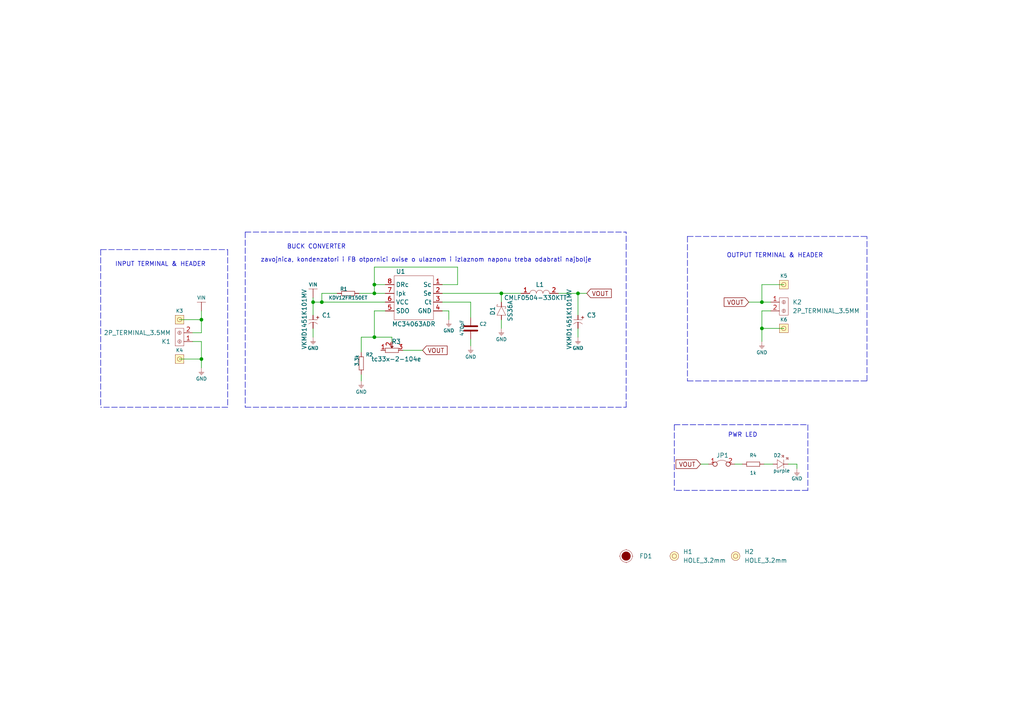
<source format=kicad_sch>
(kicad_sch (version 20210126) (generator eeschema)

  (paper "A4")

  (lib_symbols
    (symbol "e-radionica.com schematics:0402LED" (pin_numbers hide) (pin_names (offset 0.254) hide) (in_bom yes) (on_board yes)
      (property "Reference" "D" (id 0) (at -0.635 2.54 0)
        (effects (font (size 1 1)))
      )
      (property "Value" "0402LED" (id 1) (at 0 -2.54 0)
        (effects (font (size 1 1)))
      )
      (property "Footprint" "e-radionica.com footprinti:0402LED" (id 2) (at 0 5.08 0)
        (effects (font (size 1 1)) hide)
      )
      (property "Datasheet" "" (id 3) (at 0 0 0)
        (effects (font (size 1 1)) hide)
      )
      (symbol "0402LED_0_1"
        (polyline
          (pts
            (xy -0.635 1.27)
            (xy -0.635 -1.27)
            (xy 1.27 0)
          )
          (stroke (width 0.0006)) (fill (type none))
        )
        (polyline
          (pts
            (xy -0.635 1.27)
            (xy 1.27 0)
          )
          (stroke (width 0.0006)) (fill (type none))
        )
        (polyline
          (pts
            (xy 1.27 1.27)
            (xy 1.27 -1.27)
          )
          (stroke (width 0.0006)) (fill (type none))
        )
        (polyline
          (pts
            (xy 0.635 1.905)
            (xy 1.27 2.54)
          )
          (stroke (width 0.0006)) (fill (type none))
        )
        (polyline
          (pts
            (xy 1.905 1.27)
            (xy 2.54 1.905)
          )
          (stroke (width 0.0006)) (fill (type none))
        )
        (polyline
          (pts
            (xy 2.54 1.905)
            (xy 1.905 1.905)
            (xy 2.54 1.27)
            (xy 2.54 1.905)
          )
          (stroke (width 0.0006)) (fill (type none))
        )
        (polyline
          (pts
            (xy 1.27 2.54)
            (xy 0.635 2.54)
            (xy 1.27 1.905)
            (xy 1.27 2.54)
          )
          (stroke (width 0.0006)) (fill (type none))
        )
      )
      (symbol "0402LED_1_1"
        (pin passive line (at -1.905 0 0) (length 1.27)
          (name "A" (effects (font (size 1.27 1.27))))
          (number "1" (effects (font (size 1.27 1.27))))
        )
        (pin passive line (at 2.54 0 180) (length 1.27)
          (name "K" (effects (font (size 1.27 1.27))))
          (number "2" (effects (font (size 1.27 1.27))))
        )
      )
    )
    (symbol "e-radionica.com schematics:0402R" (pin_numbers hide) (pin_names (offset 0.254)) (in_bom yes) (on_board yes)
      (property "Reference" "R" (id 0) (at -1.905 1.27 0)
        (effects (font (size 1 1)))
      )
      (property "Value" "0402R" (id 1) (at 0 -1.27 0)
        (effects (font (size 1 1)))
      )
      (property "Footprint" "e-radionica.com footprinti:0402R" (id 2) (at -2.54 1.905 0)
        (effects (font (size 1 1)) hide)
      )
      (property "Datasheet" "" (id 3) (at -2.54 1.905 0)
        (effects (font (size 1 1)) hide)
      )
      (symbol "0402R_0_1"
        (rectangle (start -1.905 0.635) (end -1.8796 -0.635)
          (stroke (width 0.1)) (fill (type none))
        )
        (rectangle (start -1.905 0.635) (end 1.905 0.6096)
          (stroke (width 0.1)) (fill (type none))
        )
        (rectangle (start -1.905 -0.635) (end 1.905 -0.6604)
          (stroke (width 0.1)) (fill (type none))
        )
        (rectangle (start 1.905 0.635) (end 1.9304 -0.635)
          (stroke (width 0.1)) (fill (type none))
        )
      )
      (symbol "0402R_1_1"
        (pin passive line (at -3.175 0 0) (length 1.27)
          (name "~" (effects (font (size 1.27 1.27))))
          (number "1" (effects (font (size 1.27 1.27))))
        )
        (pin passive line (at 3.175 0 180) (length 1.27)
          (name "~" (effects (font (size 1.27 1.27))))
          (number "2" (effects (font (size 1.27 1.27))))
        )
      )
    )
    (symbol "e-radionica.com schematics:0603C" (pin_numbers hide) (pin_names (offset 0.002)) (in_bom yes) (on_board yes)
      (property "Reference" "C" (id 0) (at -0.635 3.175 0)
        (effects (font (size 1 1)))
      )
      (property "Value" "0603C" (id 1) (at 0 -3.175 0)
        (effects (font (size 1 1)))
      )
      (property "Footprint" "e-radionica.com footprinti:0603C" (id 2) (at 0 0 0)
        (effects (font (size 1 1)) hide)
      )
      (property "Datasheet" "" (id 3) (at 0 0 0)
        (effects (font (size 1 1)) hide)
      )
      (symbol "0603C_0_1"
        (polyline
          (pts
            (xy -0.635 1.905)
            (xy -0.635 -1.905)
          )
          (stroke (width 0.5)) (fill (type none))
        )
        (polyline
          (pts
            (xy 0.635 1.905)
            (xy 0.635 -1.905)
          )
          (stroke (width 0.5)) (fill (type none))
        )
      )
      (symbol "0603C_1_1"
        (pin passive line (at 3.175 0 180) (length 2.54)
          (name "~" (effects (font (size 1.27 1.27))))
          (number "2" (effects (font (size 1.27 1.27))))
        )
        (pin passive line (at -3.175 0 0) (length 2.54)
          (name "~" (effects (font (size 1.27 1.27))))
          (number "1" (effects (font (size 1.27 1.27))))
        )
      )
    )
    (symbol "e-radionica.com schematics:0603R" (pin_numbers hide) (pin_names (offset 0.254)) (in_bom yes) (on_board yes)
      (property "Reference" "R" (id 0) (at -1.905 1.905 0)
        (effects (font (size 1 1)))
      )
      (property "Value" "0603R" (id 1) (at 0 -1.905 0)
        (effects (font (size 1 1)))
      )
      (property "Footprint" "e-radionica.com footprinti:0603R" (id 2) (at -0.635 1.905 0)
        (effects (font (size 1 1)) hide)
      )
      (property "Datasheet" "" (id 3) (at -0.635 1.905 0)
        (effects (font (size 1 1)) hide)
      )
      (symbol "0603R_0_1"
        (rectangle (start -1.905 0.635) (end -1.8796 -0.635)
          (stroke (width 0.1)) (fill (type none))
        )
        (rectangle (start -1.905 0.635) (end 1.905 0.6096)
          (stroke (width 0.1)) (fill (type none))
        )
        (rectangle (start -1.905 -0.635) (end 1.905 -0.6604)
          (stroke (width 0.1)) (fill (type none))
        )
        (rectangle (start 1.905 0.635) (end 1.9304 -0.635)
          (stroke (width 0.1)) (fill (type none))
        )
      )
      (symbol "0603R_1_1"
        (pin passive line (at -3.175 0 0) (length 1.27)
          (name "~" (effects (font (size 1.27 1.27))))
          (number "1" (effects (font (size 1.27 1.27))))
        )
        (pin passive line (at 3.175 0 180) (length 1.27)
          (name "~" (effects (font (size 1.27 1.27))))
          (number "2" (effects (font (size 1.27 1.27))))
        )
      )
    )
    (symbol "e-radionica.com schematics:1206R" (pin_numbers hide) (pin_names (offset 0.254)) (in_bom yes) (on_board yes)
      (property "Reference" "R" (id 0) (at 0 1.27 0)
        (effects (font (size 1 1)))
      )
      (property "Value" "1206R" (id 1) (at 0 -1.905 0)
        (effects (font (size 1 1)))
      )
      (property "Footprint" "e-radionica.com footprinti:1206R" (id 2) (at -1.27 -3.81 0)
        (effects (font (size 1 1)) hide)
      )
      (property "Datasheet" "" (id 3) (at -0.635 1.905 0)
        (effects (font (size 1 1)) hide)
      )
      (symbol "1206R_0_1"
        (rectangle (start -1.905 0.635) (end -1.8796 -0.635)
          (stroke (width 0.1)) (fill (type none))
        )
        (rectangle (start -1.905 0.635) (end 1.905 0.6096)
          (stroke (width 0.1)) (fill (type none))
        )
        (rectangle (start -1.905 -0.635) (end 1.905 -0.6604)
          (stroke (width 0.1)) (fill (type none))
        )
        (rectangle (start 1.905 0.635) (end 1.9304 -0.635)
          (stroke (width 0.1)) (fill (type none))
        )
      )
      (symbol "1206R_1_1"
        (pin passive line (at -3.175 0 0) (length 1.27)
          (name "~" (effects (font (size 1.27 1.27))))
          (number "1" (effects (font (size 1.27 1.27))))
        )
        (pin passive line (at 3.175 0 180) (length 1.27)
          (name "~" (effects (font (size 1.27 1.27))))
          (number "2" (effects (font (size 1.27 1.27))))
        )
      )
    )
    (symbol "e-radionica.com schematics:2P_TERMINAL_3.5MM" (in_bom yes) (on_board yes)
      (property "Reference" "K" (id 0) (at -0.762 3.556 0)
        (effects (font (size 1.27 1.27)))
      )
      (property "Value" "2P_TERMINAL_3.5MM" (id 1) (at 0 -3.81 0)
        (effects (font (size 1.27 1.27)))
      )
      (property "Footprint" "e-radionica.com footprinti:2P_TERMINAL_3.5MM" (id 2) (at -0.254 -5.588 0)
        (effects (font (size 1.27 1.27)) hide)
      )
      (property "Datasheet" "" (id 3) (at 0 0 0)
        (effects (font (size 1.27 1.27)) hide)
      )
      (symbol "2P_TERMINAL_3.5MM_0_1"
        (circle (center 0 1.27) (radius 0.508) (stroke (width 0.0006)) (fill (type none)))
        (circle (center 0 -1.27) (radius 0.508) (stroke (width 0.0006)) (fill (type none)))
        (rectangle (start -1.27 2.54) (end 1.27 -2.54)
          (stroke (width 0.0006)) (fill (type none))
        )
        (polyline
          (pts
            (xy 0 -0.762)
            (xy 0 -1.778)
          )
          (stroke (width 0.0006)) (fill (type none))
        )
        (polyline
          (pts
            (xy -0.254 -1.27)
            (xy 0.254 -1.27)
          )
          (stroke (width 0.0006)) (fill (type none))
        )
        (polyline
          (pts
            (xy 0 1.778)
            (xy 0 0.762)
          )
          (stroke (width 0.0006)) (fill (type none))
        )
        (polyline
          (pts
            (xy -0.254 1.27)
            (xy 0.254 1.27)
          )
          (stroke (width 0.0006)) (fill (type none))
        )
      )
      (symbol "2P_TERMINAL_3.5MM_1_1"
        (pin input line (at -3.81 1.27 0) (length 2.54)
          (name "~" (effects (font (size 1.27 1.27))))
          (number "1" (effects (font (size 1.27 1.27))))
        )
        (pin input line (at -3.81 -1.27 0) (length 2.54)
          (name "~" (effects (font (size 1.27 1.27))))
          (number "2" (effects (font (size 1.27 1.27))))
        )
      )
    )
    (symbol "e-radionica.com schematics:CMLF0504-330KTT" (in_bom yes) (on_board yes)
      (property "Reference" "L" (id 0) (at 0 3.81 0)
        (effects (font (size 1.27 1.27)))
      )
      (property "Value" "CMLF0504-330KTT" (id 1) (at 0 -4.445 0)
        (effects (font (size 1.27 1.27)))
      )
      (property "Footprint" "e-radionica.com footprinti:CMLF0504-330KTT" (id 2) (at 0.254 0 0)
        (effects (font (size 1.27 1.27)) hide)
      )
      (property "Datasheet" "" (id 3) (at 0.254 0 0)
        (effects (font (size 1.27 1.27)) hide)
      )
      (symbol "CMLF0504-330KTT_0_1"
        (arc (start -2.921 0) (end -1.016 0) (radius (at -1.9685 -0.0138) (length 0.9526) (angles 179.2 0.8))
          (stroke (width 0.0006)) (fill (type none))
        )
        (arc (start -1.016 0) (end 0.889 0) (radius (at -0.0635 -0.0138) (length 0.9526) (angles 179.2 0.8))
          (stroke (width 0.0006)) (fill (type none))
        )
        (arc (start 0.889 0) (end 2.794 0) (radius (at 1.8415 -0.0138) (length 0.9526) (angles 179.2 0.8))
          (stroke (width 0.0006)) (fill (type none))
        )
      )
      (symbol "CMLF0504-330KTT_1_1"
        (pin passive line (at -5.461 0 0) (length 2.54)
          (name "" (effects (font (size 1.27 1.27))))
          (number "1" (effects (font (size 1.27 1.27))))
        )
        (pin passive line (at 5.334 0 180) (length 2.54)
          (name "" (effects (font (size 1.27 1.27))))
          (number "2" (effects (font (size 1.27 1.27))))
        )
      )
    )
    (symbol "e-radionica.com schematics:ELECTROLITIC_CAP_8x8x14.5" (pin_numbers hide) (pin_names hide) (in_bom yes) (on_board yes)
      (property "Reference" "C" (id 0) (at -1.27 2.54 0)
        (effects (font (size 1.27 1.27)))
      )
      (property "Value" "ELECTROLITIC_CAP_8x8x14.5" (id 1) (at 0 -2.54 0)
        (effects (font (size 1.27 1.27)))
      )
      (property "Footprint" "e-radionica.com footprinti:ELECTROLITIC_CAP_8x8x14.5" (id 2) (at 0 -5.08 0)
        (effects (font (size 1.27 1.27)) hide)
      )
      (property "Datasheet" "" (id 3) (at 0 0 0)
        (effects (font (size 1.27 1.27)) hide)
      )
      (symbol "ELECTROLITIC_CAP_8x8x14.5_0_0"
        (text "+" (at -1.905 1.27 0)
          (effects (font (size 1 1)))
        )
      )
      (symbol "ELECTROLITIC_CAP_8x8x14.5_0_1"
        (arc (start -0.0001 1.27) (end -0.0001 -1.27) (radius (at 1.27 0) (length 1.7961) (angles 135 -135))
          (stroke (width 0.0006)) (fill (type none))
        )
        (polyline
          (pts
            (xy -1.27 -1.27)
            (xy -1.27 1.27)
          )
          (stroke (width 0.0006)) (fill (type none))
        )
      )
      (symbol "ELECTROLITIC_CAP_8x8x14.5_1_1"
        (pin input line (at -2.54 0 0) (length 1.27)
          (name "+" (effects (font (size 1.27 1.27))))
          (number "1" (effects (font (size 1.27 1.27))))
        )
        (pin input line (at 1.27 0 180) (length 1.8)
          (name "-" (effects (font (size 1.27 1.27))))
          (number "2" (effects (font (size 1.27 1.27))))
        )
      )
    )
    (symbol "e-radionica.com schematics:Fiducial_Stencil" (pin_numbers hide) (pin_names hide) (in_bom yes) (on_board yes)
      (property "Reference" "FD?" (id 0) (at 0 3.048 0)
        (effects (font (size 1.27 1.27)))
      )
      (property "Value" "Fiducial_Stencil" (id 1) (at 0 -2.794 0)
        (effects (font (size 1.27 1.27)) hide)
      )
      (property "Footprint" "e-radionica.com footprinti:FIDUCIAL_1MM_PASTE" (id 2) (at 0 -6.35 0)
        (effects (font (size 1.27 1.27)) hide)
      )
      (property "Datasheet" "" (id 3) (at 0 0 0)
        (effects (font (size 1.27 1.27)) hide)
      )
      (symbol "Fiducial_Stencil_0_1"
        (circle (center 0 0) (radius 1.7961) (stroke (width 0.0006)) (fill (type none)))
        (circle (center 0 0) (radius 1.27) (stroke (width 0.001)) (fill (type outline)))
        (polyline
          (pts
            (xy 1.778 0)
            (xy 2.032 0)
          )
          (stroke (width 0.0006)) (fill (type none))
        )
        (polyline
          (pts
            (xy 0 1.778)
            (xy 0 2.032)
          )
          (stroke (width 0.0006)) (fill (type none))
        )
        (polyline
          (pts
            (xy -1.778 0)
            (xy -2.032 0)
          )
          (stroke (width 0.0006)) (fill (type none))
        )
        (polyline
          (pts
            (xy 0 -1.778)
            (xy 0 -2.032)
          )
          (stroke (width 0.0006)) (fill (type none))
        )
      )
    )
    (symbol "e-radionica.com schematics:GND" (power) (pin_names (offset 0)) (in_bom yes) (on_board yes)
      (property "Reference" "#PWR" (id 0) (at 4.445 0 0)
        (effects (font (size 1 1)) hide)
      )
      (property "Value" "GND" (id 1) (at 0 -2.921 0)
        (effects (font (size 1 1)))
      )
      (property "Footprint" "" (id 2) (at 4.445 3.81 0)
        (effects (font (size 1 1)) hide)
      )
      (property "Datasheet" "" (id 3) (at 4.445 3.81 0)
        (effects (font (size 1 1)) hide)
      )
      (property "ki_keywords" "power-flag" (id 4) (at 0 0 0)
        (effects (font (size 1.27 1.27)) hide)
      )
      (property "ki_description" "Power symbol creates a global label with name \"+3V3\"" (id 5) (at 0 0 0)
        (effects (font (size 1.27 1.27)) hide)
      )
      (symbol "GND_0_1"
        (polyline
          (pts
            (xy 0 0)
            (xy 0 -1.27)
          )
          (stroke (width 0.0006)) (fill (type none))
        )
        (polyline
          (pts
            (xy -0.762 -1.27)
            (xy 0.762 -1.27)
          )
          (stroke (width 0.0006)) (fill (type none))
        )
        (polyline
          (pts
            (xy -0.381 -1.778)
            (xy 0.381 -1.778)
          )
          (stroke (width 0.0006)) (fill (type none))
        )
        (polyline
          (pts
            (xy -0.127 -2.032)
            (xy 0.127 -2.032)
          )
          (stroke (width 0.0006)) (fill (type none))
        )
        (polyline
          (pts
            (xy -0.635 -1.524)
            (xy 0.635 -1.524)
          )
          (stroke (width 0.0006)) (fill (type none))
        )
      )
      (symbol "GND_1_1"
        (pin power_in line (at 0 0 270) (length 0) hide
          (name "GND" (effects (font (size 1.27 1.27))))
          (number "1" (effects (font (size 1.27 1.27))))
        )
      )
    )
    (symbol "e-radionica.com schematics:GND_3" (power) (pin_names (offset 0)) (in_bom yes) (on_board yes)
      (property "Reference" "#PWR" (id 0) (at 4.445 0 0)
        (effects (font (size 1 1)) hide)
      )
      (property "Value" "GND" (id 1) (at 0 -2.921 0)
        (effects (font (size 1 1)))
      )
      (property "Footprint" "" (id 2) (at 4.445 3.81 0)
        (effects (font (size 1 1)) hide)
      )
      (property "Datasheet" "" (id 3) (at 4.445 3.81 0)
        (effects (font (size 1 1)) hide)
      )
      (property "ki_keywords" "power-flag" (id 4) (at 0 0 0)
        (effects (font (size 1.27 1.27)) hide)
      )
      (property "ki_description" "Power symbol creates a global label with name \"+3V3\"" (id 5) (at 0 0 0)
        (effects (font (size 1.27 1.27)) hide)
      )
      (symbol "GND_3_0_1"
        (polyline
          (pts
            (xy 0 0)
            (xy 0 -1.27)
          )
          (stroke (width 0.0006)) (fill (type none))
        )
        (polyline
          (pts
            (xy -0.762 -1.27)
            (xy 0.762 -1.27)
          )
          (stroke (width 0.0006)) (fill (type none))
        )
        (polyline
          (pts
            (xy -0.381 -1.778)
            (xy 0.381 -1.778)
          )
          (stroke (width 0.0006)) (fill (type none))
        )
        (polyline
          (pts
            (xy -0.127 -2.032)
            (xy 0.127 -2.032)
          )
          (stroke (width 0.0006)) (fill (type none))
        )
        (polyline
          (pts
            (xy -0.635 -1.524)
            (xy 0.635 -1.524)
          )
          (stroke (width 0.0006)) (fill (type none))
        )
      )
      (symbol "GND_3_1_1"
        (pin power_in line (at 0 0 270) (length 0) hide
          (name "GND" (effects (font (size 1.27 1.27))))
          (number "1" (effects (font (size 1.27 1.27))))
        )
      )
    )
    (symbol "e-radionica.com schematics:HEADER_MALE_1X1" (pin_numbers hide) (pin_names hide) (in_bom yes) (on_board yes)
      (property "Reference" "K" (id 0) (at -0.635 2.54 0)
        (effects (font (size 1 1)))
      )
      (property "Value" "HEADER_MALE_1X1" (id 1) (at 0 -2.54 0)
        (effects (font (size 1 1)))
      )
      (property "Footprint" "e-radionica.com footprinti:HEADER_MALE_1X1" (id 2) (at 0 0 0)
        (effects (font (size 1 1)) hide)
      )
      (property "Datasheet" "" (id 3) (at 0 0 0)
        (effects (font (size 1 1)) hide)
      )
      (symbol "HEADER_MALE_1X1_0_1"
        (circle (center 0 0) (radius 0.635) (stroke (width 0.0006)) (fill (type none)))
        (rectangle (start -1.27 1.27) (end 1.27 -1.27)
          (stroke (width 0.001)) (fill (type background))
        )
      )
      (symbol "HEADER_MALE_1X1_1_1"
        (pin passive line (at 0 0 180) (length 0)
          (name "~" (effects (font (size 1 1))))
          (number "1" (effects (font (size 1 1))))
        )
      )
    )
    (symbol "e-radionica.com schematics:HOLE_3.2mm" (pin_numbers hide) (pin_names hide) (in_bom yes) (on_board yes)
      (property "Reference" "H" (id 0) (at 0 2.54 0)
        (effects (font (size 1.27 1.27)))
      )
      (property "Value" "HOLE_3.2mm" (id 1) (at 0 -2.54 0)
        (effects (font (size 1.27 1.27)))
      )
      (property "Footprint" "e-radionica.com footprinti:HOLE_3.2mm" (id 2) (at 0 0 0)
        (effects (font (size 1.27 1.27)) hide)
      )
      (property "Datasheet" "" (id 3) (at 0 0 0)
        (effects (font (size 1.27 1.27)) hide)
      )
      (symbol "HOLE_3.2mm_0_1"
        (circle (center 0 0) (radius 1.27) (stroke (width 0.001)) (fill (type background)))
        (circle (center 0 0) (radius 0.635) (stroke (width 0.0006)) (fill (type none)))
      )
    )
    (symbol "e-radionica.com schematics:MC34063ADR" (in_bom yes) (on_board yes)
      (property "Reference" "U" (id 0) (at -0.635 8.255 0)
        (effects (font (size 1.27 1.27)))
      )
      (property "Value" "MC34063ADR" (id 1) (at 0 -8.89 0)
        (effects (font (size 1.27 1.27)))
      )
      (property "Footprint" "e-radionica.com footprinti:SOIC−8" (id 2) (at 0.635 0 0)
        (effects (font (size 1.27 1.27)) hide)
      )
      (property "Datasheet" "" (id 3) (at 0.635 0 0)
        (effects (font (size 1.27 1.27)) hide)
      )
      (symbol "MC34063ADR_0_1"
        (rectangle (start -5.715 6.35) (end 5.715 -6.35)
          (stroke (width 0.0006)) (fill (type none))
        )
      )
      (symbol "MC34063ADR_1_1"
        (pin power_in line (at -8.255 3.81 0) (length 2.54)
          (name "DRc" (effects (font (size 1.27 1.27))))
          (number "8" (effects (font (size 1.27 1.27))))
        )
        (pin passive line (at -8.255 1.27 0) (length 2.54)
          (name "Ipk" (effects (font (size 1.27 1.27))))
          (number "7" (effects (font (size 1.27 1.27))))
        )
        (pin power_in line (at -8.255 -1.27 0) (length 2.54)
          (name "VCC" (effects (font (size 1.27 1.27))))
          (number "6" (effects (font (size 1.27 1.27))))
        )
        (pin input line (at -8.255 -3.81 0) (length 2.54)
          (name "SDO" (effects (font (size 1.27 1.27))))
          (number "5" (effects (font (size 1.27 1.27))))
        )
        (pin input line (at 8.255 -3.81 180) (length 2.54)
          (name "GND" (effects (font (size 1.27 1.27))))
          (number "4" (effects (font (size 1.27 1.27))))
        )
        (pin input line (at 8.255 -1.27 180) (length 2.54)
          (name "Ct" (effects (font (size 1.27 1.27))))
          (number "3" (effects (font (size 1.27 1.27))))
        )
        (pin power_in line (at 8.255 1.27 180) (length 2.54)
          (name "Se" (effects (font (size 1.27 1.27))))
          (number "2" (effects (font (size 1.27 1.27))))
        )
        (pin passive line (at 8.255 3.81 180) (length 2.54)
          (name "Sc" (effects (font (size 1.27 1.27))))
          (number "1" (effects (font (size 1.27 1.27))))
        )
      )
    )
    (symbol "e-radionica.com schematics:SMD-JUMPER-CONNECTED_TRACE_NOSLODERMASK" (in_bom yes) (on_board yes)
      (property "Reference" "JP" (id 0) (at 0 3.556 0)
        (effects (font (size 1.27 1.27)))
      )
      (property "Value" "SMD-JUMPER-CONNECTED_TRACE_NOSLODERMASK" (id 1) (at 0 -2.54 0)
        (effects (font (size 1.27 1.27)))
      )
      (property "Footprint" "e-radionica.com footprinti:SMD-JUMPER-CONNECTED_TRACE_NOSLODERMASK" (id 2) (at 0 0 0)
        (effects (font (size 1.27 1.27)) hide)
      )
      (property "Datasheet" "" (id 3) (at 0 0 0)
        (effects (font (size 1.27 1.27)) hide)
      )
      (symbol "SMD-JUMPER-CONNECTED_TRACE_NOSLODERMASK_0_1"
        (arc (start -1.8034 0.5588) (end 1.397 0.5842) (radius (at -0.1875 -1.4124) (length 2.5489) (angles 129.3 51.6))
          (stroke (width 0.0006)) (fill (type none))
        )
      )
      (symbol "SMD-JUMPER-CONNECTED_TRACE_NOSLODERMASK_1_1"
        (pin passive inverted (at -4.064 0 0) (length 2.54)
          (name "" (effects (font (size 1.27 1.27))))
          (number "1" (effects (font (size 1.27 1.27))))
        )
        (pin passive inverted (at 3.556 0 180) (length 2.54)
          (name "" (effects (font (size 1.27 1.27))))
          (number "2" (effects (font (size 1.27 1.27))))
        )
      )
    )
    (symbol "e-radionica.com schematics:SS36A" (pin_numbers hide) (pin_names hide) (in_bom yes) (on_board yes)
      (property "Reference" "D" (id 0) (at 0 2.54 0)
        (effects (font (size 1.27 1.27)))
      )
      (property "Value" "SS36A" (id 1) (at 0 -2.54 0)
        (effects (font (size 1.27 1.27)))
      )
      (property "Footprint" "e-radionica.com footprinti:SMA_DIODE" (id 2) (at 0 -5.08 0)
        (effects (font (size 1.27 1.27)) hide)
      )
      (property "Datasheet" "" (id 3) (at 0 0 0)
        (effects (font (size 1.27 1.27)) hide)
      )
      (symbol "SS36A_0_1"
        (polyline
          (pts
            (xy -1.27 -1.27)
            (xy -1.27 1.27)
            (xy 1.27 0)
            (xy -1.27 -1.27)
          )
          (stroke (width 0.0006)) (fill (type none))
        )
        (polyline
          (pts
            (xy 1.27 1.27)
            (xy 1.778 1.27)
            (xy 1.778 1.016)
          )
          (stroke (width 0.0006)) (fill (type none))
        )
        (polyline
          (pts
            (xy 1.27 1.27)
            (xy 1.27 -1.27)
            (xy 0.762 -1.27)
            (xy 0.762 -1.016)
          )
          (stroke (width 0.0006)) (fill (type none))
        )
      )
      (symbol "SS36A_1_1"
        (pin input line (at -2.54 0 0) (length 1.27)
          (name "A" (effects (font (size 1.27 1.27))))
          (number "1" (effects (font (size 1.27 1.27))))
        )
        (pin input line (at 2.54 0 180) (length 1.27)
          (name "C" (effects (font (size 1.27 1.27))))
          (number "2" (effects (font (size 1.27 1.27))))
        )
      )
    )
    (symbol "e-radionica.com schematics:VIN" (power) (pin_names (offset 0)) (in_bom yes) (on_board yes)
      (property "Reference" "#PWR" (id 0) (at 4.445 0 0)
        (effects (font (size 1 1)) hide)
      )
      (property "Value" "VIN" (id 1) (at 0 3.556 0)
        (effects (font (size 1 1)))
      )
      (property "Footprint" "" (id 2) (at 4.445 3.81 0)
        (effects (font (size 1 1)) hide)
      )
      (property "Datasheet" "" (id 3) (at 4.445 3.81 0)
        (effects (font (size 1 1)) hide)
      )
      (property "ki_keywords" "power-flag" (id 4) (at 0 0 0)
        (effects (font (size 1.27 1.27)) hide)
      )
      (property "ki_description" "Power symbol creates a global label with name \"+3V3\"" (id 5) (at 0 0 0)
        (effects (font (size 1.27 1.27)) hide)
      )
      (symbol "VIN_0_1"
        (polyline
          (pts
            (xy 0 0)
            (xy 0 2.54)
          )
          (stroke (width 0)) (fill (type none))
        )
        (polyline
          (pts
            (xy -1.27 2.54)
            (xy 1.27 2.54)
          )
          (stroke (width 0.0006)) (fill (type none))
        )
      )
      (symbol "VIN_1_1"
        (pin power_in line (at 0 0 90) (length 0) hide
          (name "VIN" (effects (font (size 1.27 1.27))))
          (number "1" (effects (font (size 1.27 1.27))))
        )
      )
    )
    (symbol "e-radionica.com schematics:tc33x-2-103e" (in_bom yes) (on_board yes)
      (property "Reference" "R" (id 0) (at -1.778 3.302 0)
        (effects (font (size 1.27 1.27)))
      )
      (property "Value" "tc33x-2-103e" (id 1) (at 0 -2.54 0)
        (effects (font (size 1.27 1.27)))
      )
      (property "Footprint" "e-radionica.com footprinti:tc33x-2-103e" (id 2) (at 0 -5.08 0)
        (effects (font (size 1.27 1.27)) hide)
      )
      (property "Datasheet" "" (id 3) (at -0.0508 -0.0508 0)
        (effects (font (size 1.27 1.27)) hide)
      )
      (symbol "tc33x-2-103e_0_1"
        (rectangle (start -1.905 0.635) (end -1.8796 -0.635)
          (stroke (width 0.1)) (fill (type none))
        )
        (rectangle (start -1.905 0.635) (end 1.905 0.6096)
          (stroke (width 0.1)) (fill (type none))
        )
        (rectangle (start -1.905 -0.635) (end 1.905 -0.6604)
          (stroke (width 0.1)) (fill (type none))
        )
        (rectangle (start 1.905 0.635) (end 1.9304 -0.635)
          (stroke (width 0.1)) (fill (type none))
        )
        (polyline
          (pts
            (xy -0.4318 1.1684)
            (xy 0.4826 1.1684)
            (xy 0 0.635)
            (xy -0.4064 1.0922)
            (xy -0.4826 1.1684)
            (xy 0 0.7874)
            (xy 0.3048 1.1176)
            (xy -0.254 1.0668)
            (xy 0.0254 0.8636)
            (xy 0.0762 1.0414)
            (xy -0.0254 0.9652)
          )
          (stroke (width 0.0006)) (fill (type none))
        )
      )
      (symbol "tc33x-2-103e_1_1"
        (pin passive line (at -3.175 0 0) (length 1.27)
          (name "~" (effects (font (size 1.27 1.27))))
          (number "1" (effects (font (size 1.27 1.27))))
        )
        (pin passive line (at 3.175 0.0002 180) (length 1.27)
          (name "~" (effects (font (size 1.27 1.27))))
          (number "3" (effects (font (size 1.27 1.27))))
        )
        (pin passive line (at 0 2.4892 270) (length 1.27)
          (name "" (effects (font (size 1.27 1.27))))
          (number "2" (effects (font (size 1.27 1.27))))
        )
      )
    )
  )

  (junction (at 58.42 92.71) (diameter 0.9144) (color 0 0 0 0))
  (junction (at 58.42 104.14) (diameter 0.9144) (color 0 0 0 0))
  (junction (at 90.805 87.63) (diameter 0.9144) (color 0 0 0 0))
  (junction (at 93.345 87.63) (diameter 0.9144) (color 0 0 0 0))
  (junction (at 108.585 82.55) (diameter 0.9144) (color 0 0 0 0))
  (junction (at 108.585 85.09) (diameter 0.9144) (color 0 0 0 0))
  (junction (at 108.585 97.79) (diameter 0.9144) (color 0 0 0 0))
  (junction (at 145.415 85.09) (diameter 0.9144) (color 0 0 0 0))
  (junction (at 167.64 85.09) (diameter 0.9144) (color 0 0 0 0))
  (junction (at 220.98 87.63) (diameter 0.9144) (color 0 0 0 0))
  (junction (at 220.98 95.25) (diameter 0.9144) (color 0 0 0 0))

  (wire (pts (xy 52.07 92.71) (xy 58.42 92.71))
    (stroke (width 0) (type solid) (color 0 0 0 0))
    (uuid f6c7f84b-9164-4415-b3e1-c8a092b8e623)
  )
  (wire (pts (xy 52.07 104.14) (xy 58.42 104.14))
    (stroke (width 0) (type solid) (color 0 0 0 0))
    (uuid 97f890d2-c2a7-41e4-8f34-9159eef3179c)
  )
  (wire (pts (xy 55.88 96.52) (xy 58.42 96.52))
    (stroke (width 0) (type solid) (color 0 0 0 0))
    (uuid 94048a3b-a1d7-4762-92dd-ad19f9aedc5a)
  )
  (wire (pts (xy 55.88 99.06) (xy 58.42 99.06))
    (stroke (width 0) (type solid) (color 0 0 0 0))
    (uuid 4c414378-6866-421c-accb-d9f1d4c35d9c)
  )
  (wire (pts (xy 58.42 90.17) (xy 58.42 92.71))
    (stroke (width 0) (type solid) (color 0 0 0 0))
    (uuid 94048a3b-a1d7-4762-92dd-ad19f9aedc5a)
  )
  (wire (pts (xy 58.42 92.71) (xy 58.42 96.52))
    (stroke (width 0) (type solid) (color 0 0 0 0))
    (uuid 94048a3b-a1d7-4762-92dd-ad19f9aedc5a)
  )
  (wire (pts (xy 58.42 99.06) (xy 58.42 104.14))
    (stroke (width 0) (type solid) (color 0 0 0 0))
    (uuid 4c414378-6866-421c-accb-d9f1d4c35d9c)
  )
  (wire (pts (xy 58.42 104.14) (xy 58.42 106.68))
    (stroke (width 0) (type solid) (color 0 0 0 0))
    (uuid 4c414378-6866-421c-accb-d9f1d4c35d9c)
  )
  (wire (pts (xy 90.805 87.63) (xy 90.805 86.36))
    (stroke (width 0) (type solid) (color 0 0 0 0))
    (uuid fcfce4fb-3f4f-43f8-a4e6-d067038e2980)
  )
  (wire (pts (xy 90.805 87.63) (xy 90.805 91.44))
    (stroke (width 0) (type solid) (color 0 0 0 0))
    (uuid 9a656c6e-b6b4-4931-b249-fcd54af3152c)
  )
  (wire (pts (xy 90.805 95.25) (xy 90.805 97.79))
    (stroke (width 0) (type solid) (color 0 0 0 0))
    (uuid 95064538-f020-48a3-8050-277a70fd8e67)
  )
  (wire (pts (xy 93.345 85.09) (xy 93.345 87.63))
    (stroke (width 0) (type solid) (color 0 0 0 0))
    (uuid 1b55af52-ec84-4a4f-a2d8-ad7d7d6a92f1)
  )
  (wire (pts (xy 93.345 87.63) (xy 90.805 87.63))
    (stroke (width 0) (type solid) (color 0 0 0 0))
    (uuid fcfce4fb-3f4f-43f8-a4e6-d067038e2980)
  )
  (wire (pts (xy 97.79 85.09) (xy 93.345 85.09))
    (stroke (width 0) (type solid) (color 0 0 0 0))
    (uuid 1b55af52-ec84-4a4f-a2d8-ad7d7d6a92f1)
  )
  (wire (pts (xy 104.14 85.09) (xy 108.585 85.09))
    (stroke (width 0) (type solid) (color 0 0 0 0))
    (uuid a2e9d6f2-392f-4467-b96e-f6540eb783e1)
  )
  (wire (pts (xy 104.775 97.79) (xy 108.585 97.79))
    (stroke (width 0) (type solid) (color 0 0 0 0))
    (uuid 29143ebb-ec8a-4021-b6e3-0d967792ec9d)
  )
  (wire (pts (xy 104.775 102.235) (xy 104.775 97.79))
    (stroke (width 0) (type solid) (color 0 0 0 0))
    (uuid 29143ebb-ec8a-4021-b6e3-0d967792ec9d)
  )
  (wire (pts (xy 104.775 108.585) (xy 104.775 110.49))
    (stroke (width 0) (type solid) (color 0 0 0 0))
    (uuid bbd0654e-0f57-4c1a-8921-33ea959720b5)
  )
  (wire (pts (xy 108.585 77.47) (xy 108.585 82.55))
    (stroke (width 0) (type solid) (color 0 0 0 0))
    (uuid cf883ca2-7ecb-4c03-89e6-2d644bf8c0ce)
  )
  (wire (pts (xy 108.585 77.47) (xy 132.715 77.47))
    (stroke (width 0) (type solid) (color 0 0 0 0))
    (uuid cf883ca2-7ecb-4c03-89e6-2d644bf8c0ce)
  )
  (wire (pts (xy 108.585 82.55) (xy 111.76 82.55))
    (stroke (width 0) (type solid) (color 0 0 0 0))
    (uuid cf883ca2-7ecb-4c03-89e6-2d644bf8c0ce)
  )
  (wire (pts (xy 108.585 85.09) (xy 108.585 82.55))
    (stroke (width 0) (type solid) (color 0 0 0 0))
    (uuid 880a9121-3230-48be-95c2-d039e767896f)
  )
  (wire (pts (xy 108.585 90.17) (xy 108.585 97.79))
    (stroke (width 0) (type solid) (color 0 0 0 0))
    (uuid 34573019-9113-40b6-9379-0cd7583224ab)
  )
  (wire (pts (xy 108.585 97.79) (xy 113.665 97.79))
    (stroke (width 0) (type solid) (color 0 0 0 0))
    (uuid 34573019-9113-40b6-9379-0cd7583224ab)
  )
  (wire (pts (xy 111.76 85.09) (xy 108.585 85.09))
    (stroke (width 0) (type solid) (color 0 0 0 0))
    (uuid 880a9121-3230-48be-95c2-d039e767896f)
  )
  (wire (pts (xy 111.76 87.63) (xy 93.345 87.63))
    (stroke (width 0) (type solid) (color 0 0 0 0))
    (uuid fcfce4fb-3f4f-43f8-a4e6-d067038e2980)
  )
  (wire (pts (xy 111.76 90.17) (xy 108.585 90.17))
    (stroke (width 0) (type solid) (color 0 0 0 0))
    (uuid 34573019-9113-40b6-9379-0cd7583224ab)
  )
  (wire (pts (xy 113.665 97.79) (xy 113.665 99.1108))
    (stroke (width 0) (type solid) (color 0 0 0 0))
    (uuid 34573019-9113-40b6-9379-0cd7583224ab)
  )
  (wire (pts (xy 116.84 101.5998) (xy 122.555 101.5998))
    (stroke (width 0) (type solid) (color 0 0 0 0))
    (uuid 601cf7d5-a685-4b91-925e-03f62a189529)
  )
  (wire (pts (xy 128.27 82.55) (xy 132.715 82.55))
    (stroke (width 0) (type solid) (color 0 0 0 0))
    (uuid cf883ca2-7ecb-4c03-89e6-2d644bf8c0ce)
  )
  (wire (pts (xy 128.27 85.09) (xy 145.415 85.09))
    (stroke (width 0) (type solid) (color 0 0 0 0))
    (uuid 52d6bef6-9fe1-48cd-9802-2f6c9cdae0da)
  )
  (wire (pts (xy 128.27 90.17) (xy 130.175 90.17))
    (stroke (width 0) (type solid) (color 0 0 0 0))
    (uuid dc790e0c-b4a8-44c9-b957-30560c857e9e)
  )
  (wire (pts (xy 130.175 90.17) (xy 130.175 92.71))
    (stroke (width 0) (type solid) (color 0 0 0 0))
    (uuid dc790e0c-b4a8-44c9-b957-30560c857e9e)
  )
  (wire (pts (xy 132.715 82.55) (xy 132.715 77.47))
    (stroke (width 0) (type solid) (color 0 0 0 0))
    (uuid cf883ca2-7ecb-4c03-89e6-2d644bf8c0ce)
  )
  (wire (pts (xy 136.525 87.63) (xy 128.27 87.63))
    (stroke (width 0) (type solid) (color 0 0 0 0))
    (uuid 6f23a69b-8be3-4ab4-af5d-0ffcbe3f6a9d)
  )
  (wire (pts (xy 136.525 92.075) (xy 136.525 87.63))
    (stroke (width 0) (type solid) (color 0 0 0 0))
    (uuid 6f23a69b-8be3-4ab4-af5d-0ffcbe3f6a9d)
  )
  (wire (pts (xy 136.525 98.425) (xy 136.525 100.33))
    (stroke (width 0) (type solid) (color 0 0 0 0))
    (uuid ab76ac3c-0a20-4404-bf8f-276c37b250d6)
  )
  (wire (pts (xy 145.415 85.09) (xy 145.415 87.63))
    (stroke (width 0) (type solid) (color 0 0 0 0))
    (uuid 52d6bef6-9fe1-48cd-9802-2f6c9cdae0da)
  )
  (wire (pts (xy 145.415 85.09) (xy 151.13 85.09))
    (stroke (width 0) (type solid) (color 0 0 0 0))
    (uuid 621aa852-b3f7-4ae2-9ff8-74401753e15c)
  )
  (wire (pts (xy 145.415 92.71) (xy 145.415 95.25))
    (stroke (width 0) (type solid) (color 0 0 0 0))
    (uuid a324f4c8-8ba0-48d9-b500-1aea01fbf723)
  )
  (wire (pts (xy 161.925 85.09) (xy 167.64 85.09))
    (stroke (width 0) (type solid) (color 0 0 0 0))
    (uuid 7d75108a-58ad-4a43-b214-09709f999203)
  )
  (wire (pts (xy 167.64 85.09) (xy 167.64 91.44))
    (stroke (width 0) (type solid) (color 0 0 0 0))
    (uuid ab4eb1e4-4db9-42bf-9922-2baa386176b2)
  )
  (wire (pts (xy 167.64 85.09) (xy 170.18 85.09))
    (stroke (width 0) (type solid) (color 0 0 0 0))
    (uuid 52bc814a-1e0d-47ac-819b-573c3a533468)
  )
  (wire (pts (xy 167.64 95.25) (xy 167.64 97.79))
    (stroke (width 0) (type solid) (color 0 0 0 0))
    (uuid b61bd9cc-fa40-4b58-8049-f7291cd17ab1)
  )
  (wire (pts (xy 203.2 134.62) (xy 205.486 134.62))
    (stroke (width 0) (type solid) (color 0 0 0 0))
    (uuid 838f5cfd-b807-4cf1-a015-ed173867c5da)
  )
  (wire (pts (xy 213.106 134.62) (xy 215.265 134.62))
    (stroke (width 0) (type solid) (color 0 0 0 0))
    (uuid f2323e8e-d846-4947-a81f-e6a0799112f8)
  )
  (wire (pts (xy 217.17 87.63) (xy 220.98 87.63))
    (stroke (width 0) (type solid) (color 0 0 0 0))
    (uuid 5cfbceb8-4428-48b4-bc3f-98c716299ea2)
  )
  (wire (pts (xy 220.98 82.55) (xy 220.98 87.63))
    (stroke (width 0) (type solid) (color 0 0 0 0))
    (uuid f7245496-2ac8-4e9f-b474-7e484ae9fca2)
  )
  (wire (pts (xy 220.98 87.63) (xy 223.52 87.63))
    (stroke (width 0) (type solid) (color 0 0 0 0))
    (uuid f7245496-2ac8-4e9f-b474-7e484ae9fca2)
  )
  (wire (pts (xy 220.98 90.17) (xy 220.98 95.25))
    (stroke (width 0) (type solid) (color 0 0 0 0))
    (uuid 7fd89468-0aa2-45e9-be52-6d066dfeae03)
  )
  (wire (pts (xy 220.98 95.25) (xy 220.98 99.06))
    (stroke (width 0) (type solid) (color 0 0 0 0))
    (uuid 7fd89468-0aa2-45e9-be52-6d066dfeae03)
  )
  (wire (pts (xy 220.98 95.25) (xy 227.33 95.25))
    (stroke (width 0) (type solid) (color 0 0 0 0))
    (uuid eaef8430-1c86-4459-a661-feb88acb5ca6)
  )
  (wire (pts (xy 221.615 134.62) (xy 224.155 134.62))
    (stroke (width 0) (type solid) (color 0 0 0 0))
    (uuid ed538ac9-417d-45e0-aa81-40ca693b0f0e)
  )
  (wire (pts (xy 223.52 90.17) (xy 220.98 90.17))
    (stroke (width 0) (type solid) (color 0 0 0 0))
    (uuid 7fd89468-0aa2-45e9-be52-6d066dfeae03)
  )
  (wire (pts (xy 227.33 82.55) (xy 220.98 82.55))
    (stroke (width 0) (type solid) (color 0 0 0 0))
    (uuid f7245496-2ac8-4e9f-b474-7e484ae9fca2)
  )
  (wire (pts (xy 231.14 134.62) (xy 228.6 134.62))
    (stroke (width 0) (type solid) (color 0 0 0 0))
    (uuid 505d614a-ee5e-4da1-8961-1b7af4add200)
  )
  (wire (pts (xy 231.14 134.62) (xy 231.14 135.89))
    (stroke (width 0) (type solid) (color 0 0 0 0))
    (uuid 41bf3c80-4668-4a18-903c-b5fab3e9adaa)
  )
  (polyline (pts (xy 29.21 72.39) (xy 29.21 118.11))
    (stroke (width 0) (type dash) (color 0 0 0 0))
    (uuid 034d6cdc-5d60-4adc-b369-b9dcd7e31f8e)
  )
  (polyline (pts (xy 29.21 72.39) (xy 66.04 72.39))
    (stroke (width 0) (type dash) (color 0 0 0 0))
    (uuid 034d6cdc-5d60-4adc-b369-b9dcd7e31f8e)
  )
  (polyline (pts (xy 66.04 72.39) (xy 66.04 118.11))
    (stroke (width 0) (type dash) (color 0 0 0 0))
    (uuid 034d6cdc-5d60-4adc-b369-b9dcd7e31f8e)
  )
  (polyline (pts (xy 66.04 118.11) (xy 29.21 118.11))
    (stroke (width 0) (type dash) (color 0 0 0 0))
    (uuid 034d6cdc-5d60-4adc-b369-b9dcd7e31f8e)
  )
  (polyline (pts (xy 71.12 67.31) (xy 71.12 118.11))
    (stroke (width 0) (type dash) (color 0 0 0 0))
    (uuid 14d34c27-bc98-455b-9149-b58d9f113000)
  )
  (polyline (pts (xy 71.12 67.31) (xy 181.61 67.31))
    (stroke (width 0) (type dash) (color 0 0 0 0))
    (uuid 14d34c27-bc98-455b-9149-b58d9f113000)
  )
  (polyline (pts (xy 71.12 118.11) (xy 181.61 118.11))
    (stroke (width 0) (type dash) (color 0 0 0 0))
    (uuid 14d34c27-bc98-455b-9149-b58d9f113000)
  )
  (polyline (pts (xy 181.61 118.11) (xy 181.61 67.31))
    (stroke (width 0) (type dash) (color 0 0 0 0))
    (uuid 14d34c27-bc98-455b-9149-b58d9f113000)
  )
  (polyline (pts (xy 195.58 123.19) (xy 195.58 142.24))
    (stroke (width 0) (type dash) (color 0 0 0 0))
    (uuid 7c4b03d9-7265-4235-97ec-d8b7af37eb7e)
  )
  (polyline (pts (xy 195.58 123.19) (xy 234.315 123.19))
    (stroke (width 0) (type dash) (color 0 0 0 0))
    (uuid c4483e0c-1122-49f6-b668-5f961faf606a)
  )
  (polyline (pts (xy 199.39 68.58) (xy 199.39 110.49))
    (stroke (width 0) (type dash) (color 0 0 0 0))
    (uuid 590d4584-67f9-46e7-928d-a981cfb7b773)
  )
  (polyline (pts (xy 199.39 68.58) (xy 251.46 68.58))
    (stroke (width 0) (type dash) (color 0 0 0 0))
    (uuid 590d4584-67f9-46e7-928d-a981cfb7b773)
  )
  (polyline (pts (xy 199.39 110.49) (xy 251.46 110.49))
    (stroke (width 0) (type dash) (color 0 0 0 0))
    (uuid 590d4584-67f9-46e7-928d-a981cfb7b773)
  )
  (polyline (pts (xy 234.315 123.19) (xy 234.315 142.24))
    (stroke (width 0) (type dash) (color 0 0 0 0))
    (uuid 026a1b22-8f00-494c-ab1a-551461f522b5)
  )
  (polyline (pts (xy 234.315 142.24) (xy 195.58 142.24))
    (stroke (width 0) (type dash) (color 0 0 0 0))
    (uuid 15614ca5-98ae-46e3-aa0a-375186ae501c)
  )
  (polyline (pts (xy 251.46 110.49) (xy 251.46 68.58))
    (stroke (width 0) (type dash) (color 0 0 0 0))
    (uuid 590d4584-67f9-46e7-928d-a981cfb7b773)
  )

  (text "INPUT TERMINAL & HEADER\n" (at 59.69 77.47 180)
    (effects (font (size 1.27 1.27)) (justify right bottom))
    (uuid 9af28f37-2da7-4a69-90ea-f670645ea8b9)
  )
  (text "zavojnica, kondenzatori i FB otpornici ovise o ulaznom i izlaznom naponu treba odabrati najbolje"
    (at 75.565 76.2 0)
    (effects (font (size 1.27 1.27)) (justify left bottom))
    (uuid 54271953-c6df-4bc0-b17f-aef47d6a40bb)
  )
  (text "BUCK CONVERTER" (at 100.33 72.39 180)
    (effects (font (size 1.27 1.27)) (justify right bottom))
    (uuid 4ffb6a3b-5ef1-46f5-9bad-150dfc469c61)
  )
  (text "PWR LED" (at 219.71 127 180)
    (effects (font (size 1.27 1.27)) (justify right bottom))
    (uuid 4d9c5a5e-6826-4954-a6e9-e1f9c2982c61)
  )
  (text "OUTPUT TERMINAL & HEADER" (at 238.76 74.93 180)
    (effects (font (size 1.27 1.27)) (justify right bottom))
    (uuid 6bc84797-ea08-41b1-a11f-a2f817aaccde)
  )

  (global_label "VOUT" (shape input) (at 122.555 101.5998 0)
    (effects (font (size 1.27 1.27)) (justify left))
    (uuid 59fbf843-4819-4e2b-a4a5-d8fac6caeefd)
    (property "Intersheet References" "${INTERSHEET_REFS}" (id 0) (at 131.2092 101.5204 0)
      (effects (font (size 1.27 1.27)) (justify left) hide)
    )
  )
  (global_label "VOUT" (shape input) (at 170.18 85.09 0)
    (effects (font (size 1.27 1.27)) (justify left))
    (uuid 0307c977-0a1b-429f-95ca-7c4b2094f3de)
    (property "Intersheet References" "${INTERSHEET_REFS}" (id 0) (at 178.8342 85.0106 0)
      (effects (font (size 1.27 1.27)) (justify left) hide)
    )
  )
  (global_label "VOUT" (shape input) (at 203.2 134.62 180)
    (effects (font (size 1.27 1.27)) (justify right))
    (uuid eb31ed94-c155-4605-813c-5e0eff29c50b)
    (property "Intersheet References" "${INTERSHEET_REFS}" (id 0) (at 194.5458 134.6994 0)
      (effects (font (size 1.27 1.27)) (justify right) hide)
    )
  )
  (global_label "VOUT" (shape input) (at 217.17 87.63 180)
    (effects (font (size 1.27 1.27)) (justify right))
    (uuid 3106fa26-65ef-4385-9f70-74a598da16f8)
    (property "Intersheet References" "${INTERSHEET_REFS}" (id 0) (at 208.5158 87.7094 0)
      (effects (font (size 1.27 1.27)) (justify right) hide)
    )
  )

  (symbol (lib_id "e-radionica.com schematics:GND") (at 58.42 106.68 0) (unit 1)
    (in_bom yes) (on_board yes)
    (uuid f4e38e4b-7836-435b-a9a1-73fbfc07d591)
    (property "Reference" "#PWR09" (id 0) (at 62.865 106.68 0)
      (effects (font (size 1 1)) hide)
    )
    (property "Value" "GND" (id 1) (at 58.42 109.855 0)
      (effects (font (size 1 1)))
    )
    (property "Footprint" "" (id 2) (at 62.865 102.87 0)
      (effects (font (size 1 1)) hide)
    )
    (property "Datasheet" "" (id 3) (at 62.865 102.87 0)
      (effects (font (size 1 1)) hide)
    )
    (pin "1" (uuid a0ec89f0-2072-4d7c-9bb5-b64947ec4b1e))
  )

  (symbol (lib_id "e-radionica.com schematics:GND") (at 90.805 97.79 0) (unit 1)
    (in_bom yes) (on_board yes)
    (uuid 42c83454-f8a7-48f1-aa70-38ffcb9200f1)
    (property "Reference" "#PWR02" (id 0) (at 95.25 97.79 0)
      (effects (font (size 1 1)) hide)
    )
    (property "Value" "GND" (id 1) (at 90.805 100.965 0)
      (effects (font (size 1 1)))
    )
    (property "Footprint" "" (id 2) (at 95.25 93.98 0)
      (effects (font (size 1 1)) hide)
    )
    (property "Datasheet" "" (id 3) (at 95.25 93.98 0)
      (effects (font (size 1 1)) hide)
    )
    (pin "1" (uuid a0ec89f0-2072-4d7c-9bb5-b64947ec4b1e))
  )

  (symbol (lib_id "e-radionica.com schematics:GND") (at 104.775 110.49 0) (unit 1)
    (in_bom yes) (on_board yes)
    (uuid 9fc86aca-7586-4c0a-bf32-937e6017da77)
    (property "Reference" "#PWR03" (id 0) (at 109.22 110.49 0)
      (effects (font (size 1 1)) hide)
    )
    (property "Value" "GND" (id 1) (at 104.775 113.665 0)
      (effects (font (size 1 1)))
    )
    (property "Footprint" "" (id 2) (at 109.22 106.68 0)
      (effects (font (size 1 1)) hide)
    )
    (property "Datasheet" "" (id 3) (at 109.22 106.68 0)
      (effects (font (size 1 1)) hide)
    )
    (pin "1" (uuid a0ec89f0-2072-4d7c-9bb5-b64947ec4b1e))
  )

  (symbol (lib_id "e-radionica.com schematics:GND") (at 130.175 92.71 0) (unit 1)
    (in_bom yes) (on_board yes)
    (uuid 943f3c01-2efa-4a97-b573-8cb1cacfefd7)
    (property "Reference" "#PWR04" (id 0) (at 134.62 92.71 0)
      (effects (font (size 1 1)) hide)
    )
    (property "Value" "GND" (id 1) (at 130.175 95.885 0)
      (effects (font (size 1 1)))
    )
    (property "Footprint" "" (id 2) (at 134.62 88.9 0)
      (effects (font (size 1 1)) hide)
    )
    (property "Datasheet" "" (id 3) (at 134.62 88.9 0)
      (effects (font (size 1 1)) hide)
    )
    (pin "1" (uuid a0ec89f0-2072-4d7c-9bb5-b64947ec4b1e))
  )

  (symbol (lib_id "e-radionica.com schematics:GND") (at 136.525 100.33 0) (unit 1)
    (in_bom yes) (on_board yes)
    (uuid 1b15cbe5-95d2-470c-b7e6-adab57d9be87)
    (property "Reference" "#PWR05" (id 0) (at 140.97 100.33 0)
      (effects (font (size 1 1)) hide)
    )
    (property "Value" "GND" (id 1) (at 136.525 103.505 0)
      (effects (font (size 1 1)))
    )
    (property "Footprint" "" (id 2) (at 140.97 96.52 0)
      (effects (font (size 1 1)) hide)
    )
    (property "Datasheet" "" (id 3) (at 140.97 96.52 0)
      (effects (font (size 1 1)) hide)
    )
    (pin "1" (uuid a0ec89f0-2072-4d7c-9bb5-b64947ec4b1e))
  )

  (symbol (lib_id "e-radionica.com schematics:GND") (at 145.415 95.25 0) (unit 1)
    (in_bom yes) (on_board yes)
    (uuid 11b2e849-3ae6-4b5f-a8fa-18f8b0e56538)
    (property "Reference" "#PWR06" (id 0) (at 149.86 95.25 0)
      (effects (font (size 1 1)) hide)
    )
    (property "Value" "GND" (id 1) (at 145.415 98.425 0)
      (effects (font (size 1 1)))
    )
    (property "Footprint" "" (id 2) (at 149.86 91.44 0)
      (effects (font (size 1 1)) hide)
    )
    (property "Datasheet" "" (id 3) (at 149.86 91.44 0)
      (effects (font (size 1 1)) hide)
    )
    (pin "1" (uuid a0ec89f0-2072-4d7c-9bb5-b64947ec4b1e))
  )

  (symbol (lib_id "e-radionica.com schematics:GND") (at 167.64 97.79 0) (unit 1)
    (in_bom yes) (on_board yes)
    (uuid c5f2ffef-9123-480a-a40d-cb90ab61e64a)
    (property "Reference" "#PWR07" (id 0) (at 172.085 97.79 0)
      (effects (font (size 1 1)) hide)
    )
    (property "Value" "GND" (id 1) (at 167.64 100.965 0)
      (effects (font (size 1 1)))
    )
    (property "Footprint" "" (id 2) (at 172.085 93.98 0)
      (effects (font (size 1 1)) hide)
    )
    (property "Datasheet" "" (id 3) (at 172.085 93.98 0)
      (effects (font (size 1 1)) hide)
    )
    (pin "1" (uuid a0ec89f0-2072-4d7c-9bb5-b64947ec4b1e))
  )

  (symbol (lib_id "e-radionica.com schematics:GND") (at 220.98 99.06 0) (unit 1)
    (in_bom yes) (on_board yes)
    (uuid aa012d3a-a712-492d-84ae-efbfb0f593df)
    (property "Reference" "#PWR010" (id 0) (at 225.425 99.06 0)
      (effects (font (size 1 1)) hide)
    )
    (property "Value" "GND" (id 1) (at 220.98 102.235 0)
      (effects (font (size 1 1)))
    )
    (property "Footprint" "" (id 2) (at 225.425 95.25 0)
      (effects (font (size 1 1)) hide)
    )
    (property "Datasheet" "" (id 3) (at 225.425 95.25 0)
      (effects (font (size 1 1)) hide)
    )
    (pin "1" (uuid a0ec89f0-2072-4d7c-9bb5-b64947ec4b1e))
  )

  (symbol (lib_name "e-radionica.com schematics:GND_3") (lib_id "e-radionica.com schematics:GND") (at 231.14 135.89 0) (unit 1)
    (in_bom yes) (on_board yes)
    (uuid 0fab3102-c127-4b5c-8da8-18fd90ec9574)
    (property "Reference" "#PWR0101" (id 0) (at 235.585 135.89 0)
      (effects (font (size 1 1)) hide)
    )
    (property "Value" "GND" (id 1) (at 231.14 138.811 0)
      (effects (font (size 1 1)))
    )
    (property "Footprint" "" (id 2) (at 235.585 132.08 0)
      (effects (font (size 1 1)) hide)
    )
    (property "Datasheet" "" (id 3) (at 235.585 132.08 0)
      (effects (font (size 1 1)) hide)
    )
    (pin "1" (uuid 4b59535a-117c-4257-87e9-79c1907c9ad0))
  )

  (symbol (lib_id "e-radionica.com schematics:HEADER_MALE_1X1") (at 52.07 92.71 0) (unit 1)
    (in_bom yes) (on_board yes)
    (uuid 45a0520c-be3c-4c21-93a8-c2454539ff54)
    (property "Reference" "K3" (id 0) (at 52.07 90.17 0)
      (effects (font (size 1 1)))
    )
    (property "Value" "HEADER_MALE_1X1" (id 1) (at 52.07 88.9 0)
      (effects (font (size 1 1)) hide)
    )
    (property "Footprint" "e-radionica.com footprinti:HEADER_MALE_1X1" (id 2) (at 52.07 92.71 0)
      (effects (font (size 1 1)) hide)
    )
    (property "Datasheet" "" (id 3) (at 52.07 92.71 0)
      (effects (font (size 1 1)) hide)
    )
    (pin "1" (uuid 47834292-b959-4eed-80c4-a846a93e8512))
  )

  (symbol (lib_id "e-radionica.com schematics:HEADER_MALE_1X1") (at 52.07 104.14 0) (unit 1)
    (in_bom yes) (on_board yes)
    (uuid bb74e544-5ac4-422f-b9ec-d4e7a48ff27c)
    (property "Reference" "K4" (id 0) (at 52.07 101.6 0)
      (effects (font (size 1 1)))
    )
    (property "Value" "HEADER_MALE_1X1" (id 1) (at 52.07 100.33 0)
      (effects (font (size 1 1)) hide)
    )
    (property "Footprint" "e-radionica.com footprinti:HEADER_MALE_1X1" (id 2) (at 52.07 104.14 0)
      (effects (font (size 1 1)) hide)
    )
    (property "Datasheet" "" (id 3) (at 52.07 104.14 0)
      (effects (font (size 1 1)) hide)
    )
    (pin "1" (uuid 47834292-b959-4eed-80c4-a846a93e8512))
  )

  (symbol (lib_id "e-radionica.com schematics:HOLE_3.2mm") (at 195.58 161.29 0) (unit 1)
    (in_bom yes) (on_board yes)
    (uuid 0a67d9dd-55db-4381-8c8f-ccb8eed3b398)
    (property "Reference" "H1" (id 0) (at 198.12 160.02 0)
      (effects (font (size 1.27 1.27)) (justify left))
    )
    (property "Value" "HOLE_3.2mm" (id 1) (at 198.12 162.56 0)
      (effects (font (size 1.27 1.27)) (justify left))
    )
    (property "Footprint" "e-radionica.com footprinti:HOLE_3.2mm" (id 2) (at 195.58 161.29 0)
      (effects (font (size 1.27 1.27)) hide)
    )
    (property "Datasheet" "" (id 3) (at 195.58 161.29 0)
      (effects (font (size 1.27 1.27)) hide)
    )
  )

  (symbol (lib_id "e-radionica.com schematics:HOLE_3.2mm") (at 213.36 161.29 0) (unit 1)
    (in_bom yes) (on_board yes)
    (uuid f71daa6c-c319-4726-a761-f80760c9da89)
    (property "Reference" "H2" (id 0) (at 215.9 160.02 0)
      (effects (font (size 1.27 1.27)) (justify left))
    )
    (property "Value" "HOLE_3.2mm" (id 1) (at 215.9 162.56 0)
      (effects (font (size 1.27 1.27)) (justify left))
    )
    (property "Footprint" "e-radionica.com footprinti:HOLE_3.2mm" (id 2) (at 213.36 161.29 0)
      (effects (font (size 1.27 1.27)) hide)
    )
    (property "Datasheet" "" (id 3) (at 213.36 161.29 0)
      (effects (font (size 1.27 1.27)) hide)
    )
  )

  (symbol (lib_id "e-radionica.com schematics:HEADER_MALE_1X1") (at 227.33 82.55 0) (unit 1)
    (in_bom yes) (on_board yes)
    (uuid e5ec110b-fc16-4ccd-925d-fb04cb30e14b)
    (property "Reference" "K5" (id 0) (at 227.33 80.01 0)
      (effects (font (size 1 1)))
    )
    (property "Value" "HEADER_MALE_1X1" (id 1) (at 227.33 78.74 0)
      (effects (font (size 1 1)) hide)
    )
    (property "Footprint" "e-radionica.com footprinti:HEADER_MALE_1X1" (id 2) (at 227.33 82.55 0)
      (effects (font (size 1 1)) hide)
    )
    (property "Datasheet" "" (id 3) (at 227.33 82.55 0)
      (effects (font (size 1 1)) hide)
    )
    (pin "1" (uuid 47834292-b959-4eed-80c4-a846a93e8512))
  )

  (symbol (lib_id "e-radionica.com schematics:HEADER_MALE_1X1") (at 227.33 95.25 0) (unit 1)
    (in_bom yes) (on_board yes)
    (uuid 16ad05cc-336a-466f-9d78-ed328d85f01d)
    (property "Reference" "K6" (id 0) (at 227.33 92.71 0)
      (effects (font (size 1 1)))
    )
    (property "Value" "HEADER_MALE_1X1" (id 1) (at 227.33 91.44 0)
      (effects (font (size 1 1)) hide)
    )
    (property "Footprint" "e-radionica.com footprinti:HEADER_MALE_1X1" (id 2) (at 227.33 95.25 0)
      (effects (font (size 1 1)) hide)
    )
    (property "Datasheet" "" (id 3) (at 227.33 95.25 0)
      (effects (font (size 1 1)) hide)
    )
    (pin "1" (uuid 47834292-b959-4eed-80c4-a846a93e8512))
  )

  (symbol (lib_id "e-radionica.com schematics:VIN") (at 58.42 90.17 0) (unit 1)
    (in_bom yes) (on_board yes)
    (uuid 3089b20c-2d86-41ef-a3b8-9140d8e4113c)
    (property "Reference" "#PWR08" (id 0) (at 62.865 90.17 0)
      (effects (font (size 1 1)) hide)
    )
    (property "Value" "VIN" (id 1) (at 58.42 86.36 0)
      (effects (font (size 1 1)))
    )
    (property "Footprint" "" (id 2) (at 62.865 86.36 0)
      (effects (font (size 1 1)) hide)
    )
    (property "Datasheet" "" (id 3) (at 62.865 86.36 0)
      (effects (font (size 1 1)) hide)
    )
    (pin "1" (uuid 9dda99ab-0370-4952-9d64-48f26a93f0fc))
  )

  (symbol (lib_id "e-radionica.com schematics:VIN") (at 90.805 86.36 0) (unit 1)
    (in_bom yes) (on_board yes)
    (uuid 174c515f-ab7e-4901-b187-7b54a0edc984)
    (property "Reference" "#PWR01" (id 0) (at 95.25 86.36 0)
      (effects (font (size 1 1)) hide)
    )
    (property "Value" "VIN" (id 1) (at 90.805 82.55 0)
      (effects (font (size 1 1)))
    )
    (property "Footprint" "" (id 2) (at 95.25 82.55 0)
      (effects (font (size 1 1)) hide)
    )
    (property "Datasheet" "" (id 3) (at 95.25 82.55 0)
      (effects (font (size 1 1)) hide)
    )
    (pin "1" (uuid 9dda99ab-0370-4952-9d64-48f26a93f0fc))
  )

  (symbol (lib_id "e-radionica.com schematics:1206R") (at 100.965 85.09 0) (unit 1)
    (in_bom yes) (on_board yes)
    (uuid 1a93ded9-3ec4-4086-a5e2-04cf3fbe3b88)
    (property "Reference" "R1" (id 0) (at 99.695 83.82 0)
      (effects (font (size 1 1)))
    )
    (property "Value" "KDV12FR150ET" (id 1) (at 100.965 86.36 0)
      (effects (font (size 1 1)))
    )
    (property "Footprint" "e-radionica.com footprinti:1206R" (id 2) (at 99.695 88.9 0)
      (effects (font (size 1 1)) hide)
    )
    (property "Datasheet" "" (id 3) (at 100.33 83.185 0)
      (effects (font (size 1 1)) hide)
    )
    (pin "1" (uuid fe04b347-68cd-4308-87ae-4dada1759ce9))
    (pin "2" (uuid cdfc1848-46e9-4d69-bd50-5812f977cb0e))
  )

  (symbol (lib_id "e-radionica.com schematics:0603R") (at 104.775 105.41 90) (unit 1)
    (in_bom yes) (on_board yes)
    (uuid 22886b10-0f66-4e36-ac45-20d23d566eaa)
    (property "Reference" "R2" (id 0) (at 106.045 102.87 90)
      (effects (font (size 1 1)) (justify right))
    )
    (property "Value" "3.3k" (id 1) (at 103.505 102.87 0)
      (effects (font (size 1 1)) (justify right))
    )
    (property "Footprint" "e-radionica.com footprinti:0603R" (id 2) (at 102.87 106.045 0)
      (effects (font (size 1 1)) hide)
    )
    (property "Datasheet" "" (id 3) (at 102.87 106.045 0)
      (effects (font (size 1 1)) hide)
    )
    (pin "1" (uuid f24b91ce-3015-4f2b-9834-009ab306c312))
    (pin "2" (uuid 0378f14a-e9df-4a20-b5ef-b38fc45d8983))
  )

  (symbol (lib_id "e-radionica.com schematics:0402R") (at 218.44 134.62 0) (unit 1)
    (in_bom yes) (on_board yes)
    (uuid c1ed33b8-bde3-4ca9-ba00-78d404731926)
    (property "Reference" "R4" (id 0) (at 218.44 132.08 0)
      (effects (font (size 1 1)))
    )
    (property "Value" "1k" (id 1) (at 218.44 137.16 0)
      (effects (font (size 1 1)))
    )
    (property "Footprint" "e-radionica.com footprinti:0402R" (id 2) (at 215.9 132.715 0)
      (effects (font (size 1 1)) hide)
    )
    (property "Datasheet" "" (id 3) (at 215.9 132.715 0)
      (effects (font (size 1 1)) hide)
    )
    (pin "1" (uuid 525d526a-18f2-4eb8-aef2-4a98bf65dcf3))
    (pin "2" (uuid b9c2d983-f7e2-450e-82a1-bfa99b45890f))
  )

  (symbol (lib_id "e-radionica.com schematics:SS36A") (at 145.415 90.17 90) (unit 1)
    (in_bom yes) (on_board yes)
    (uuid 6b2c9c57-d23b-47f2-ae8b-4d3a7930d7bf)
    (property "Reference" "D1" (id 0) (at 142.875 90.17 0))
    (property "Value" "SS36A" (id 1) (at 147.955 90.17 0))
    (property "Footprint" "e-radionica.com footprinti:SMA_DIODE" (id 2) (at 150.495 90.17 0)
      (effects (font (size 1.27 1.27)) hide)
    )
    (property "Datasheet" "" (id 3) (at 145.415 90.17 0)
      (effects (font (size 1.27 1.27)) hide)
    )
    (pin "1" (uuid 769c3481-9b26-4d5b-9b6a-c16cf8ed1257))
    (pin "2" (uuid dc0e2e47-eb66-4fb8-8f8a-012208f5a95a))
  )

  (symbol (lib_id "e-radionica.com schematics:ELECTROLITIC_CAP_8x8x14.5") (at 90.805 93.98 270) (unit 1)
    (in_bom yes) (on_board yes)
    (uuid 831a2cb6-b82c-426d-8d5a-4a3dd43fa869)
    (property "Reference" "C1" (id 0) (at 93.345 91.44 90)
      (effects (font (size 1.27 1.27)) (justify left))
    )
    (property "Value" "VKMD1451K101MV" (id 1) (at 88.265 83.82 0)
      (effects (font (size 1.27 1.27)) (justify left))
    )
    (property "Footprint" "e-radionica.com footprinti:ELECTROLITIC_CAP_8x8x14.5" (id 2) (at 85.725 93.98 0)
      (effects (font (size 1.27 1.27)) hide)
    )
    (property "Datasheet" "" (id 3) (at 90.805 93.98 0)
      (effects (font (size 1.27 1.27)) hide)
    )
    (pin "1" (uuid 5fd246dc-0834-48ab-83e6-bc7a669981a9))
    (pin "2" (uuid e230c3c8-35cf-4b0a-9089-6715f41e3e82))
  )

  (symbol (lib_id "e-radionica.com schematics:ELECTROLITIC_CAP_8x8x14.5") (at 167.64 93.98 270) (unit 1)
    (in_bom yes) (on_board yes)
    (uuid f7360885-38b3-42f9-b790-fa3f156ededd)
    (property "Reference" "C3" (id 0) (at 170.18 91.44 90)
      (effects (font (size 1.27 1.27)) (justify left))
    )
    (property "Value" "VKMD1451K101MV" (id 1) (at 165.1 83.82 0)
      (effects (font (size 1.27 1.27)) (justify left))
    )
    (property "Footprint" "e-radionica.com footprinti:ELECTROLITIC_CAP_8x8x14.5" (id 2) (at 162.56 93.98 0)
      (effects (font (size 1.27 1.27)) hide)
    )
    (property "Datasheet" "" (id 3) (at 167.64 93.98 0)
      (effects (font (size 1.27 1.27)) hide)
    )
    (pin "1" (uuid 5fd246dc-0834-48ab-83e6-bc7a669981a9))
    (pin "2" (uuid e230c3c8-35cf-4b0a-9089-6715f41e3e82))
  )

  (symbol (lib_id "e-radionica.com schematics:Fiducial_Stencil") (at 181.61 161.29 0) (unit 1)
    (in_bom yes) (on_board yes)
    (uuid 6553cf38-caa3-46b2-a678-09cb54cdc940)
    (property "Reference" "FD1" (id 0) (at 185.42 161.29 0)
      (effects (font (size 1.27 1.27)) (justify left))
    )
    (property "Value" "Fiducial_Stencil" (id 1) (at 181.61 164.084 0)
      (effects (font (size 1.27 1.27)) hide)
    )
    (property "Footprint" "e-radionica.com footprinti:FIDUCIAL_1MM_PASTE" (id 2) (at 181.61 167.64 0)
      (effects (font (size 1.27 1.27)) hide)
    )
    (property "Datasheet" "" (id 3) (at 181.61 161.29 0)
      (effects (font (size 1.27 1.27)) hide)
    )
  )

  (symbol (lib_id "e-radionica.com schematics:SMD-JUMPER-CONNECTED_TRACE_NOSLODERMASK") (at 209.55 134.62 0) (unit 1)
    (in_bom yes) (on_board yes)
    (uuid 585fe0e8-f425-4265-bdf6-5716bcfd83d7)
    (property "Reference" "JP1" (id 0) (at 209.55 132.08 0))
    (property "Value" "SMD-JUMPER-CONNECTED_TRACE_NOSLODERMASK" (id 1) (at 209.55 137.16 0)
      (effects (font (size 1.27 1.27)) hide)
    )
    (property "Footprint" "e-radionica.com footprinti:SMD-JUMPER-CONNECTED_TRACE_NOSLODERMASK" (id 2) (at 209.55 134.62 0)
      (effects (font (size 1.27 1.27)) hide)
    )
    (property "Datasheet" "" (id 3) (at 209.55 134.62 0)
      (effects (font (size 1.27 1.27)) hide)
    )
    (pin "1" (uuid afe2b1b0-d547-44f8-a100-10226c855b2f))
    (pin "2" (uuid ce7dc6c9-af32-4b5f-8437-ca08506e1f3c))
  )

  (symbol (lib_id "e-radionica.com schematics:0402LED") (at 226.06 134.62 0) (unit 1)
    (in_bom yes) (on_board yes)
    (uuid eaa417f9-9dc2-42d6-ae11-9e2a74842d5c)
    (property "Reference" "D2" (id 0) (at 225.425 132.08 0)
      (effects (font (size 1 1)))
    )
    (property "Value" "purple" (id 1) (at 226.695 136.525 0)
      (effects (font (size 1 1)))
    )
    (property "Footprint" "e-radionica.com footprinti:0402LED" (id 2) (at 226.06 129.54 0)
      (effects (font (size 1 1)) hide)
    )
    (property "Datasheet" "" (id 3) (at 226.06 134.62 0)
      (effects (font (size 1 1)) hide)
    )
    (pin "1" (uuid 1c798168-aa17-4a79-8ebd-bc0a09119511))
    (pin "2" (uuid 7e3dcc37-e7f5-41f0-adf0-fa53029f4a43))
  )

  (symbol (lib_id "e-radionica.com schematics:CMLF0504-330KTT") (at 156.591 85.09 0) (unit 1)
    (in_bom yes) (on_board yes)
    (uuid 9d63b731-fce7-4633-97b4-5479e4c0a69d)
    (property "Reference" "L1" (id 0) (at 156.591 82.55 0))
    (property "Value" "CMLF0504-330KTT" (id 1) (at 155.321 86.36 0))
    (property "Footprint" "e-radionica.com footprinti:CMLF0504-330KTT" (id 2) (at 156.845 85.09 0)
      (effects (font (size 1.27 1.27)) hide)
    )
    (property "Datasheet" "" (id 3) (at 156.845 85.09 0)
      (effects (font (size 1.27 1.27)) hide)
    )
    (pin "1" (uuid ddf5b11f-e279-4a67-8948-3fb3535b1e4f))
    (pin "2" (uuid 5e3d5004-856d-4e63-96e3-c3d6a6cfc7c1))
  )

  (symbol (lib_id "e-radionica.com schematics:tc33x-2-103e") (at 113.665 101.6 0) (unit 1)
    (in_bom yes) (on_board yes)
    (uuid 67de8027-eb23-4cce-beb3-05500b640ba7)
    (property "Reference" "R3" (id 0) (at 114.935 99.06 0))
    (property "Value" "tc33x-2-104e" (id 1) (at 114.935 104.14 0))
    (property "Footprint" "e-radionica.com footprinti:tc33x-2-103e" (id 2) (at 113.665 106.68 0)
      (effects (font (size 1.27 1.27)) hide)
    )
    (property "Datasheet" "" (id 3) (at 113.6142 101.6508 0)
      (effects (font (size 1.27 1.27)) hide)
    )
    (pin "1" (uuid 7c5fb284-e827-42e3-8703-f1123e99cfd1))
    (pin "3" (uuid b0837083-879d-4555-b185-4bd36fd424c1))
    (pin "2" (uuid a481b9f1-9438-4e8f-9010-23b420ec7acf))
  )

  (symbol (lib_id "e-radionica.com schematics:2P_TERMINAL_3.5MM") (at 52.07 97.79 180) (unit 1)
    (in_bom yes) (on_board yes)
    (uuid eff37a89-388f-4608-b988-191644fc7802)
    (property "Reference" "K1" (id 0) (at 49.53 99.06 0)
      (effects (font (size 1.27 1.27)) (justify left))
    )
    (property "Value" "2P_TERMINAL_3.5MM" (id 1) (at 49.53 96.52 0)
      (effects (font (size 1.27 1.27)) (justify left))
    )
    (property "Footprint" "e-radionica.com footprinti:2P_TERMINAL_3.5MM" (id 2) (at 52.324 92.202 0)
      (effects (font (size 1.27 1.27)) hide)
    )
    (property "Datasheet" "" (id 3) (at 52.07 97.79 0)
      (effects (font (size 1.27 1.27)) hide)
    )
    (pin "1" (uuid cca882c8-5d75-4f53-9fe4-43e58c52962e))
    (pin "2" (uuid f13f0585-7f97-45b7-8656-11f5fd47a700))
  )

  (symbol (lib_id "e-radionica.com schematics:2P_TERMINAL_3.5MM") (at 227.33 88.9 0) (unit 1)
    (in_bom yes) (on_board yes)
    (uuid 2c0742e0-4556-4c64-837d-582d633a1381)
    (property "Reference" "K2" (id 0) (at 229.87 87.63 0)
      (effects (font (size 1.27 1.27)) (justify left))
    )
    (property "Value" "2P_TERMINAL_3.5MM" (id 1) (at 229.87 90.17 0)
      (effects (font (size 1.27 1.27)) (justify left))
    )
    (property "Footprint" "e-radionica.com footprinti:2P_TERMINAL_3.5MM" (id 2) (at 227.076 94.488 0)
      (effects (font (size 1.27 1.27)) hide)
    )
    (property "Datasheet" "" (id 3) (at 227.33 88.9 0)
      (effects (font (size 1.27 1.27)) hide)
    )
    (pin "1" (uuid 768aacb0-aac7-491e-aa13-65b4064395f7))
    (pin "2" (uuid 5d18fa7f-0acd-4f8f-91aa-f59a6f763b95))
  )

  (symbol (lib_id "e-radionica.com schematics:0603C") (at 136.525 95.25 90) (unit 1)
    (in_bom yes) (on_board yes)
    (uuid 68afa71d-92f0-43b7-8ec7-d3288271f409)
    (property "Reference" "C2" (id 0) (at 139.065 93.98 90)
      (effects (font (size 1 1)) (justify right))
    )
    (property "Value" "470pF" (id 1) (at 133.985 92.71 0)
      (effects (font (size 1 1)) (justify right))
    )
    (property "Footprint" "e-radionica.com footprinti:0603C" (id 2) (at 136.525 95.25 0)
      (effects (font (size 1 1)) hide)
    )
    (property "Datasheet" "" (id 3) (at 136.525 95.25 0)
      (effects (font (size 1 1)) hide)
    )
    (pin "2" (uuid fa88ea76-9058-43eb-a20f-2afe1913b1d6))
    (pin "1" (uuid 68d46288-251f-484c-8ef0-1b1ab6803444))
  )

  (symbol (lib_id "e-radionica.com schematics:MC34063ADR") (at 120.015 86.36 0) (unit 1)
    (in_bom yes) (on_board yes)
    (uuid 83290346-c8bd-43b1-82e5-a8337513d7f2)
    (property "Reference" "U1" (id 0) (at 116.205 78.74 0))
    (property "Value" "MC34063ADR" (id 1) (at 120.015 93.98 0))
    (property "Footprint" "e-radionica.com footprinti:SOIC−8" (id 2) (at 120.65 86.36 0)
      (effects (font (size 1.27 1.27)) hide)
    )
    (property "Datasheet" "" (id 3) (at 120.65 86.36 0)
      (effects (font (size 1.27 1.27)) hide)
    )
    (pin "8" (uuid 6d3d748f-ba84-4c1d-bbb1-32a6877ef1cf))
    (pin "7" (uuid 01f08ba4-2ab5-4025-9c0b-a37373405bb4))
    (pin "6" (uuid af5ba53d-54c1-43ad-81d0-81fdccf3081c))
    (pin "5" (uuid a252c8ef-996c-4fcc-9bef-7ea7d3ad9d30))
    (pin "4" (uuid 3fd13dca-6810-4662-90b9-895583c69af0))
    (pin "3" (uuid 6b3316e4-aa74-4095-a91b-11473c35e331))
    (pin "2" (uuid c7ec52da-a37b-429e-b229-84dc61e10bb4))
    (pin "1" (uuid 094d02be-aff2-4494-b82e-e01673f46728))
  )

  (sheet_instances
    (path "/" (page "1"))
  )

  (symbol_instances
    (path "/174c515f-ab7e-4901-b187-7b54a0edc984"
      (reference "#PWR01") (unit 1) (value "VIN") (footprint "")
    )
    (path "/42c83454-f8a7-48f1-aa70-38ffcb9200f1"
      (reference "#PWR02") (unit 1) (value "GND") (footprint "")
    )
    (path "/9fc86aca-7586-4c0a-bf32-937e6017da77"
      (reference "#PWR03") (unit 1) (value "GND") (footprint "")
    )
    (path "/943f3c01-2efa-4a97-b573-8cb1cacfefd7"
      (reference "#PWR04") (unit 1) (value "GND") (footprint "")
    )
    (path "/1b15cbe5-95d2-470c-b7e6-adab57d9be87"
      (reference "#PWR05") (unit 1) (value "GND") (footprint "")
    )
    (path "/11b2e849-3ae6-4b5f-a8fa-18f8b0e56538"
      (reference "#PWR06") (unit 1) (value "GND") (footprint "")
    )
    (path "/c5f2ffef-9123-480a-a40d-cb90ab61e64a"
      (reference "#PWR07") (unit 1) (value "GND") (footprint "")
    )
    (path "/3089b20c-2d86-41ef-a3b8-9140d8e4113c"
      (reference "#PWR08") (unit 1) (value "VIN") (footprint "")
    )
    (path "/f4e38e4b-7836-435b-a9a1-73fbfc07d591"
      (reference "#PWR09") (unit 1) (value "GND") (footprint "")
    )
    (path "/aa012d3a-a712-492d-84ae-efbfb0f593df"
      (reference "#PWR010") (unit 1) (value "GND") (footprint "")
    )
    (path "/0fab3102-c127-4b5c-8da8-18fd90ec9574"
      (reference "#PWR0101") (unit 1) (value "GND") (footprint "")
    )
    (path "/831a2cb6-b82c-426d-8d5a-4a3dd43fa869"
      (reference "C1") (unit 1) (value "VKMD1451K101MV") (footprint "e-radionica.com footprinti:ELECTROLITIC_CAP_8x8x14.5")
    )
    (path "/68afa71d-92f0-43b7-8ec7-d3288271f409"
      (reference "C2") (unit 1) (value "470pF") (footprint "e-radionica.com footprinti:0603C")
    )
    (path "/f7360885-38b3-42f9-b790-fa3f156ededd"
      (reference "C3") (unit 1) (value "VKMD1451K101MV") (footprint "e-radionica.com footprinti:ELECTROLITIC_CAP_8x8x14.5")
    )
    (path "/6b2c9c57-d23b-47f2-ae8b-4d3a7930d7bf"
      (reference "D1") (unit 1) (value "SS36A") (footprint "e-radionica.com footprinti:SMA_DIODE")
    )
    (path "/eaa417f9-9dc2-42d6-ae11-9e2a74842d5c"
      (reference "D2") (unit 1) (value "purple") (footprint "e-radionica.com footprinti:0402LED")
    )
    (path "/6553cf38-caa3-46b2-a678-09cb54cdc940"
      (reference "FD1") (unit 1) (value "Fiducial_Stencil") (footprint "e-radionica.com footprinti:FIDUCIAL_1MM_PASTE")
    )
    (path "/0a67d9dd-55db-4381-8c8f-ccb8eed3b398"
      (reference "H1") (unit 1) (value "HOLE_3.2mm") (footprint "e-radionica.com footprinti:HOLE_3.2mm")
    )
    (path "/f71daa6c-c319-4726-a761-f80760c9da89"
      (reference "H2") (unit 1) (value "HOLE_3.2mm") (footprint "e-radionica.com footprinti:HOLE_3.2mm")
    )
    (path "/585fe0e8-f425-4265-bdf6-5716bcfd83d7"
      (reference "JP1") (unit 1) (value "SMD-JUMPER-CONNECTED_TRACE_NOSLODERMASK") (footprint "e-radionica.com footprinti:SMD-JUMPER-CONNECTED_TRACE_NOSLODERMASK")
    )
    (path "/eff37a89-388f-4608-b988-191644fc7802"
      (reference "K1") (unit 1) (value "2P_TERMINAL_3.5MM") (footprint "e-radionica.com footprinti:2P_TERMINAL_3.5MM")
    )
    (path "/2c0742e0-4556-4c64-837d-582d633a1381"
      (reference "K2") (unit 1) (value "2P_TERMINAL_3.5MM") (footprint "e-radionica.com footprinti:2P_TERMINAL_3.5MM")
    )
    (path "/45a0520c-be3c-4c21-93a8-c2454539ff54"
      (reference "K3") (unit 1) (value "HEADER_MALE_1X1") (footprint "e-radionica.com footprinti:HEADER_MALE_1X1")
    )
    (path "/bb74e544-5ac4-422f-b9ec-d4e7a48ff27c"
      (reference "K4") (unit 1) (value "HEADER_MALE_1X1") (footprint "e-radionica.com footprinti:HEADER_MALE_1X1")
    )
    (path "/e5ec110b-fc16-4ccd-925d-fb04cb30e14b"
      (reference "K5") (unit 1) (value "HEADER_MALE_1X1") (footprint "e-radionica.com footprinti:HEADER_MALE_1X1")
    )
    (path "/16ad05cc-336a-466f-9d78-ed328d85f01d"
      (reference "K6") (unit 1) (value "HEADER_MALE_1X1") (footprint "e-radionica.com footprinti:HEADER_MALE_1X1")
    )
    (path "/9d63b731-fce7-4633-97b4-5479e4c0a69d"
      (reference "L1") (unit 1) (value "CMLF0504-330KTT") (footprint "e-radionica.com footprinti:CMLF0504-330KTT")
    )
    (path "/1a93ded9-3ec4-4086-a5e2-04cf3fbe3b88"
      (reference "R1") (unit 1) (value "KDV12FR150ET") (footprint "e-radionica.com footprinti:1206R")
    )
    (path "/22886b10-0f66-4e36-ac45-20d23d566eaa"
      (reference "R2") (unit 1) (value "3.3k") (footprint "e-radionica.com footprinti:0603R")
    )
    (path "/67de8027-eb23-4cce-beb3-05500b640ba7"
      (reference "R3") (unit 1) (value "tc33x-2-104e") (footprint "e-radionica.com footprinti:tc33x-2-103e")
    )
    (path "/c1ed33b8-bde3-4ca9-ba00-78d404731926"
      (reference "R4") (unit 1) (value "1k") (footprint "e-radionica.com footprinti:0402R")
    )
    (path "/83290346-c8bd-43b1-82e5-a8337513d7f2"
      (reference "U1") (unit 1) (value "MC34063ADR") (footprint "e-radionica.com footprinti:SOIC−8")
    )
  )
)

</source>
